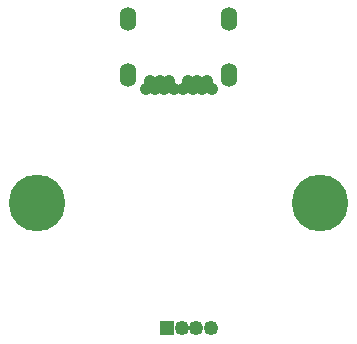
<source format=gbs>
G04 #@! TF.GenerationSoftware,KiCad,Pcbnew,(5.1.2-1)-1*
G04 #@! TF.CreationDate,2019-10-04T22:48:54-06:00*
G04 #@! TF.ProjectId,USBCBreakout,55534243-4272-4656-916b-6f75742e6b69,rev?*
G04 #@! TF.SameCoordinates,Original*
G04 #@! TF.FileFunction,Soldermask,Bot*
G04 #@! TF.FilePolarity,Negative*
%FSLAX46Y46*%
G04 Gerber Fmt 4.6, Leading zero omitted, Abs format (unit mm)*
G04 Created by KiCad (PCBNEW (5.1.2-1)-1) date 2019-10-04 22:48:54*
%MOMM*%
%LPD*%
G04 APERTURE LIST*
%ADD10C,1.050000*%
%ADD11O,1.400000X2.000000*%
%ADD12C,4.800000*%
%ADD13C,1.250000*%
%ADD14R,1.250000X1.250000*%
G04 APERTURE END LIST*
D10*
X97212416Y-48620592D03*
X97612416Y-47920592D03*
X98012416Y-48620592D03*
X98412416Y-47920592D03*
X98812416Y-48620592D03*
X99212416Y-47920592D03*
X99612416Y-48620592D03*
X100412416Y-48620592D03*
X100812416Y-47910592D03*
X101212416Y-48620592D03*
X101612416Y-47920592D03*
X102412416Y-47920592D03*
X102012416Y-48620592D03*
D11*
X104282416Y-47470592D03*
X104282416Y-42740592D03*
X95742416Y-42740592D03*
X95742416Y-47470592D03*
D10*
X102812416Y-48620592D03*
D12*
X112012416Y-58290592D03*
X88012416Y-58290592D03*
D13*
X102762416Y-68900000D03*
X101512416Y-68900000D03*
X100262416Y-68900000D03*
D14*
X99012416Y-68900000D03*
M02*

</source>
